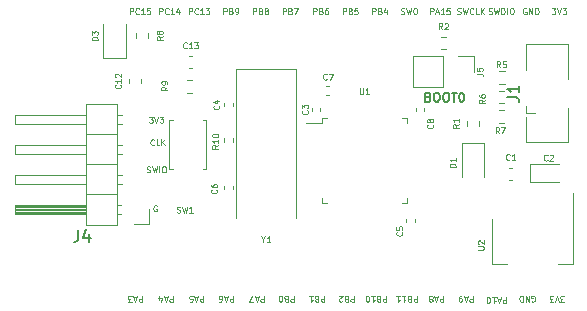
<source format=gbr>
%TF.GenerationSoftware,KiCad,Pcbnew,(6.0.5-0)*%
%TF.CreationDate,2022-07-12T00:15:49+05:30*%
%TF.ProjectId,STM32F103C8T6,53544d33-3246-4313-9033-433854362e6b,rev?*%
%TF.SameCoordinates,Original*%
%TF.FileFunction,Legend,Top*%
%TF.FilePolarity,Positive*%
%FSLAX46Y46*%
G04 Gerber Fmt 4.6, Leading zero omitted, Abs format (unit mm)*
G04 Created by KiCad (PCBNEW (6.0.5-0)) date 2022-07-12 00:15:49*
%MOMM*%
%LPD*%
G01*
G04 APERTURE LIST*
%ADD10C,0.150000*%
%ADD11C,0.125000*%
%ADD12C,0.120000*%
G04 APERTURE END LIST*
D10*
X141525000Y-121946428D02*
X141632142Y-121982142D01*
X141667857Y-122017857D01*
X141703571Y-122089285D01*
X141703571Y-122196428D01*
X141667857Y-122267857D01*
X141632142Y-122303571D01*
X141560714Y-122339285D01*
X141275000Y-122339285D01*
X141275000Y-121589285D01*
X141525000Y-121589285D01*
X141596428Y-121625000D01*
X141632142Y-121660714D01*
X141667857Y-121732142D01*
X141667857Y-121803571D01*
X141632142Y-121875000D01*
X141596428Y-121910714D01*
X141525000Y-121946428D01*
X141275000Y-121946428D01*
X142167857Y-121589285D02*
X142310714Y-121589285D01*
X142382142Y-121625000D01*
X142453571Y-121696428D01*
X142489285Y-121839285D01*
X142489285Y-122089285D01*
X142453571Y-122232142D01*
X142382142Y-122303571D01*
X142310714Y-122339285D01*
X142167857Y-122339285D01*
X142096428Y-122303571D01*
X142025000Y-122232142D01*
X141989285Y-122089285D01*
X141989285Y-121839285D01*
X142025000Y-121696428D01*
X142096428Y-121625000D01*
X142167857Y-121589285D01*
X142953571Y-121589285D02*
X143096428Y-121589285D01*
X143167857Y-121625000D01*
X143239285Y-121696428D01*
X143275000Y-121839285D01*
X143275000Y-122089285D01*
X143239285Y-122232142D01*
X143167857Y-122303571D01*
X143096428Y-122339285D01*
X142953571Y-122339285D01*
X142882142Y-122303571D01*
X142810714Y-122232142D01*
X142775000Y-122089285D01*
X142775000Y-121839285D01*
X142810714Y-121696428D01*
X142882142Y-121625000D01*
X142953571Y-121589285D01*
X143489285Y-121589285D02*
X143917857Y-121589285D01*
X143703571Y-122339285D02*
X143703571Y-121589285D01*
X144310714Y-121589285D02*
X144382142Y-121589285D01*
X144453571Y-121625000D01*
X144489285Y-121660714D01*
X144525000Y-121732142D01*
X144560714Y-121875000D01*
X144560714Y-122053571D01*
X144525000Y-122196428D01*
X144489285Y-122267857D01*
X144453571Y-122303571D01*
X144382142Y-122339285D01*
X144310714Y-122339285D01*
X144239285Y-122303571D01*
X144203571Y-122267857D01*
X144167857Y-122196428D01*
X144132142Y-122053571D01*
X144132142Y-121875000D01*
X144167857Y-121732142D01*
X144203571Y-121660714D01*
X144239285Y-121625000D01*
X144310714Y-121589285D01*
D11*
X117283333Y-138773809D02*
X117283333Y-139273809D01*
X117092857Y-139273809D01*
X117045238Y-139250000D01*
X117021428Y-139226190D01*
X116997619Y-139178571D01*
X116997619Y-139107142D01*
X117021428Y-139059523D01*
X117045238Y-139035714D01*
X117092857Y-139011904D01*
X117283333Y-139011904D01*
X116807142Y-138916666D02*
X116569047Y-138916666D01*
X116854761Y-138773809D02*
X116688095Y-139273809D01*
X116521428Y-138773809D01*
X116402380Y-139273809D02*
X116092857Y-139273809D01*
X116259523Y-139083333D01*
X116188095Y-139083333D01*
X116140476Y-139059523D01*
X116116666Y-139035714D01*
X116092857Y-138988095D01*
X116092857Y-138869047D01*
X116116666Y-138821428D01*
X116140476Y-138797619D01*
X116188095Y-138773809D01*
X116330952Y-138773809D01*
X116378571Y-138797619D01*
X116402380Y-138821428D01*
X119883333Y-138773809D02*
X119883333Y-139273809D01*
X119692857Y-139273809D01*
X119645238Y-139250000D01*
X119621428Y-139226190D01*
X119597619Y-139178571D01*
X119597619Y-139107142D01*
X119621428Y-139059523D01*
X119645238Y-139035714D01*
X119692857Y-139011904D01*
X119883333Y-139011904D01*
X119407142Y-138916666D02*
X119169047Y-138916666D01*
X119454761Y-138773809D02*
X119288095Y-139273809D01*
X119121428Y-138773809D01*
X118740476Y-139107142D02*
X118740476Y-138773809D01*
X118859523Y-139297619D02*
X118978571Y-138940476D01*
X118669047Y-138940476D01*
X122483333Y-138773809D02*
X122483333Y-139273809D01*
X122292857Y-139273809D01*
X122245238Y-139250000D01*
X122221428Y-139226190D01*
X122197619Y-139178571D01*
X122197619Y-139107142D01*
X122221428Y-139059523D01*
X122245238Y-139035714D01*
X122292857Y-139011904D01*
X122483333Y-139011904D01*
X122007142Y-138916666D02*
X121769047Y-138916666D01*
X122054761Y-138773809D02*
X121888095Y-139273809D01*
X121721428Y-138773809D01*
X121316666Y-139273809D02*
X121554761Y-139273809D01*
X121578571Y-139035714D01*
X121554761Y-139059523D01*
X121507142Y-139083333D01*
X121388095Y-139083333D01*
X121340476Y-139059523D01*
X121316666Y-139035714D01*
X121292857Y-138988095D01*
X121292857Y-138869047D01*
X121316666Y-138821428D01*
X121340476Y-138797619D01*
X121388095Y-138773809D01*
X121507142Y-138773809D01*
X121554761Y-138797619D01*
X121578571Y-138821428D01*
X124983333Y-138773809D02*
X124983333Y-139273809D01*
X124792857Y-139273809D01*
X124745238Y-139250000D01*
X124721428Y-139226190D01*
X124697619Y-139178571D01*
X124697619Y-139107142D01*
X124721428Y-139059523D01*
X124745238Y-139035714D01*
X124792857Y-139011904D01*
X124983333Y-139011904D01*
X124507142Y-138916666D02*
X124269047Y-138916666D01*
X124554761Y-138773809D02*
X124388095Y-139273809D01*
X124221428Y-138773809D01*
X123840476Y-139273809D02*
X123935714Y-139273809D01*
X123983333Y-139250000D01*
X124007142Y-139226190D01*
X124054761Y-139154761D01*
X124078571Y-139059523D01*
X124078571Y-138869047D01*
X124054761Y-138821428D01*
X124030952Y-138797619D01*
X123983333Y-138773809D01*
X123888095Y-138773809D01*
X123840476Y-138797619D01*
X123816666Y-138821428D01*
X123792857Y-138869047D01*
X123792857Y-138988095D01*
X123816666Y-139035714D01*
X123840476Y-139059523D01*
X123888095Y-139083333D01*
X123983333Y-139083333D01*
X124030952Y-139059523D01*
X124054761Y-139035714D01*
X124078571Y-138988095D01*
X127583333Y-138773809D02*
X127583333Y-139273809D01*
X127392857Y-139273809D01*
X127345238Y-139250000D01*
X127321428Y-139226190D01*
X127297619Y-139178571D01*
X127297619Y-139107142D01*
X127321428Y-139059523D01*
X127345238Y-139035714D01*
X127392857Y-139011904D01*
X127583333Y-139011904D01*
X127107142Y-138916666D02*
X126869047Y-138916666D01*
X127154761Y-138773809D02*
X126988095Y-139273809D01*
X126821428Y-138773809D01*
X126702380Y-139273809D02*
X126369047Y-139273809D01*
X126583333Y-138773809D01*
X130119047Y-138773809D02*
X130119047Y-139273809D01*
X129928571Y-139273809D01*
X129880952Y-139250000D01*
X129857142Y-139226190D01*
X129833333Y-139178571D01*
X129833333Y-139107142D01*
X129857142Y-139059523D01*
X129880952Y-139035714D01*
X129928571Y-139011904D01*
X130119047Y-139011904D01*
X129452380Y-139035714D02*
X129380952Y-139011904D01*
X129357142Y-138988095D01*
X129333333Y-138940476D01*
X129333333Y-138869047D01*
X129357142Y-138821428D01*
X129380952Y-138797619D01*
X129428571Y-138773809D01*
X129619047Y-138773809D01*
X129619047Y-139273809D01*
X129452380Y-139273809D01*
X129404761Y-139250000D01*
X129380952Y-139226190D01*
X129357142Y-139178571D01*
X129357142Y-139130952D01*
X129380952Y-139083333D01*
X129404761Y-139059523D01*
X129452380Y-139035714D01*
X129619047Y-139035714D01*
X129023809Y-139273809D02*
X128976190Y-139273809D01*
X128928571Y-139250000D01*
X128904761Y-139226190D01*
X128880952Y-139178571D01*
X128857142Y-139083333D01*
X128857142Y-138964285D01*
X128880952Y-138869047D01*
X128904761Y-138821428D01*
X128928571Y-138797619D01*
X128976190Y-138773809D01*
X129023809Y-138773809D01*
X129071428Y-138797619D01*
X129095238Y-138821428D01*
X129119047Y-138869047D01*
X129142857Y-138964285D01*
X129142857Y-139083333D01*
X129119047Y-139178571D01*
X129095238Y-139226190D01*
X129071428Y-139250000D01*
X129023809Y-139273809D01*
X132719047Y-138773809D02*
X132719047Y-139273809D01*
X132528571Y-139273809D01*
X132480952Y-139250000D01*
X132457142Y-139226190D01*
X132433333Y-139178571D01*
X132433333Y-139107142D01*
X132457142Y-139059523D01*
X132480952Y-139035714D01*
X132528571Y-139011904D01*
X132719047Y-139011904D01*
X132052380Y-139035714D02*
X131980952Y-139011904D01*
X131957142Y-138988095D01*
X131933333Y-138940476D01*
X131933333Y-138869047D01*
X131957142Y-138821428D01*
X131980952Y-138797619D01*
X132028571Y-138773809D01*
X132219047Y-138773809D01*
X132219047Y-139273809D01*
X132052380Y-139273809D01*
X132004761Y-139250000D01*
X131980952Y-139226190D01*
X131957142Y-139178571D01*
X131957142Y-139130952D01*
X131980952Y-139083333D01*
X132004761Y-139059523D01*
X132052380Y-139035714D01*
X132219047Y-139035714D01*
X131457142Y-138773809D02*
X131742857Y-138773809D01*
X131600000Y-138773809D02*
X131600000Y-139273809D01*
X131647619Y-139202380D01*
X131695238Y-139154761D01*
X131742857Y-139130952D01*
X135219047Y-138773809D02*
X135219047Y-139273809D01*
X135028571Y-139273809D01*
X134980952Y-139250000D01*
X134957142Y-139226190D01*
X134933333Y-139178571D01*
X134933333Y-139107142D01*
X134957142Y-139059523D01*
X134980952Y-139035714D01*
X135028571Y-139011904D01*
X135219047Y-139011904D01*
X134552380Y-139035714D02*
X134480952Y-139011904D01*
X134457142Y-138988095D01*
X134433333Y-138940476D01*
X134433333Y-138869047D01*
X134457142Y-138821428D01*
X134480952Y-138797619D01*
X134528571Y-138773809D01*
X134719047Y-138773809D01*
X134719047Y-139273809D01*
X134552380Y-139273809D01*
X134504761Y-139250000D01*
X134480952Y-139226190D01*
X134457142Y-139178571D01*
X134457142Y-139130952D01*
X134480952Y-139083333D01*
X134504761Y-139059523D01*
X134552380Y-139035714D01*
X134719047Y-139035714D01*
X134242857Y-139226190D02*
X134219047Y-139250000D01*
X134171428Y-139273809D01*
X134052380Y-139273809D01*
X134004761Y-139250000D01*
X133980952Y-139226190D01*
X133957142Y-139178571D01*
X133957142Y-139130952D01*
X133980952Y-139059523D01*
X134266666Y-138773809D01*
X133957142Y-138773809D01*
X137957142Y-138773809D02*
X137957142Y-139273809D01*
X137766666Y-139273809D01*
X137719047Y-139250000D01*
X137695238Y-139226190D01*
X137671428Y-139178571D01*
X137671428Y-139107142D01*
X137695238Y-139059523D01*
X137719047Y-139035714D01*
X137766666Y-139011904D01*
X137957142Y-139011904D01*
X137290476Y-139035714D02*
X137219047Y-139011904D01*
X137195238Y-138988095D01*
X137171428Y-138940476D01*
X137171428Y-138869047D01*
X137195238Y-138821428D01*
X137219047Y-138797619D01*
X137266666Y-138773809D01*
X137457142Y-138773809D01*
X137457142Y-139273809D01*
X137290476Y-139273809D01*
X137242857Y-139250000D01*
X137219047Y-139226190D01*
X137195238Y-139178571D01*
X137195238Y-139130952D01*
X137219047Y-139083333D01*
X137242857Y-139059523D01*
X137290476Y-139035714D01*
X137457142Y-139035714D01*
X136695238Y-138773809D02*
X136980952Y-138773809D01*
X136838095Y-138773809D02*
X136838095Y-139273809D01*
X136885714Y-139202380D01*
X136933333Y-139154761D01*
X136980952Y-139130952D01*
X136385714Y-139273809D02*
X136338095Y-139273809D01*
X136290476Y-139250000D01*
X136266666Y-139226190D01*
X136242857Y-139178571D01*
X136219047Y-139083333D01*
X136219047Y-138964285D01*
X136242857Y-138869047D01*
X136266666Y-138821428D01*
X136290476Y-138797619D01*
X136338095Y-138773809D01*
X136385714Y-138773809D01*
X136433333Y-138797619D01*
X136457142Y-138821428D01*
X136480952Y-138869047D01*
X136504761Y-138964285D01*
X136504761Y-139083333D01*
X136480952Y-139178571D01*
X136457142Y-139226190D01*
X136433333Y-139250000D01*
X136385714Y-139273809D01*
X140557142Y-138773809D02*
X140557142Y-139273809D01*
X140366666Y-139273809D01*
X140319047Y-139250000D01*
X140295238Y-139226190D01*
X140271428Y-139178571D01*
X140271428Y-139107142D01*
X140295238Y-139059523D01*
X140319047Y-139035714D01*
X140366666Y-139011904D01*
X140557142Y-139011904D01*
X139890476Y-139035714D02*
X139819047Y-139011904D01*
X139795238Y-138988095D01*
X139771428Y-138940476D01*
X139771428Y-138869047D01*
X139795238Y-138821428D01*
X139819047Y-138797619D01*
X139866666Y-138773809D01*
X140057142Y-138773809D01*
X140057142Y-139273809D01*
X139890476Y-139273809D01*
X139842857Y-139250000D01*
X139819047Y-139226190D01*
X139795238Y-139178571D01*
X139795238Y-139130952D01*
X139819047Y-139083333D01*
X139842857Y-139059523D01*
X139890476Y-139035714D01*
X140057142Y-139035714D01*
X139295238Y-138773809D02*
X139580952Y-138773809D01*
X139438095Y-138773809D02*
X139438095Y-139273809D01*
X139485714Y-139202380D01*
X139533333Y-139154761D01*
X139580952Y-139130952D01*
X138819047Y-138773809D02*
X139104761Y-138773809D01*
X138961904Y-138773809D02*
X138961904Y-139273809D01*
X139009523Y-139202380D01*
X139057142Y-139154761D01*
X139104761Y-139130952D01*
X142783333Y-138773809D02*
X142783333Y-139273809D01*
X142592857Y-139273809D01*
X142545238Y-139250000D01*
X142521428Y-139226190D01*
X142497619Y-139178571D01*
X142497619Y-139107142D01*
X142521428Y-139059523D01*
X142545238Y-139035714D01*
X142592857Y-139011904D01*
X142783333Y-139011904D01*
X142307142Y-138916666D02*
X142069047Y-138916666D01*
X142354761Y-138773809D02*
X142188095Y-139273809D01*
X142021428Y-138773809D01*
X141783333Y-139059523D02*
X141830952Y-139083333D01*
X141854761Y-139107142D01*
X141878571Y-139154761D01*
X141878571Y-139178571D01*
X141854761Y-139226190D01*
X141830952Y-139250000D01*
X141783333Y-139273809D01*
X141688095Y-139273809D01*
X141640476Y-139250000D01*
X141616666Y-139226190D01*
X141592857Y-139178571D01*
X141592857Y-139154761D01*
X141616666Y-139107142D01*
X141640476Y-139083333D01*
X141688095Y-139059523D01*
X141783333Y-139059523D01*
X141830952Y-139035714D01*
X141854761Y-139011904D01*
X141878571Y-138964285D01*
X141878571Y-138869047D01*
X141854761Y-138821428D01*
X141830952Y-138797619D01*
X141783333Y-138773809D01*
X141688095Y-138773809D01*
X141640476Y-138797619D01*
X141616666Y-138821428D01*
X141592857Y-138869047D01*
X141592857Y-138964285D01*
X141616666Y-139011904D01*
X141640476Y-139035714D01*
X141688095Y-139059523D01*
X145283333Y-138773809D02*
X145283333Y-139273809D01*
X145092857Y-139273809D01*
X145045238Y-139250000D01*
X145021428Y-139226190D01*
X144997619Y-139178571D01*
X144997619Y-139107142D01*
X145021428Y-139059523D01*
X145045238Y-139035714D01*
X145092857Y-139011904D01*
X145283333Y-139011904D01*
X144807142Y-138916666D02*
X144569047Y-138916666D01*
X144854761Y-138773809D02*
X144688095Y-139273809D01*
X144521428Y-138773809D01*
X144330952Y-138773809D02*
X144235714Y-138773809D01*
X144188095Y-138797619D01*
X144164285Y-138821428D01*
X144116666Y-138892857D01*
X144092857Y-138988095D01*
X144092857Y-139178571D01*
X144116666Y-139226190D01*
X144140476Y-139250000D01*
X144188095Y-139273809D01*
X144283333Y-139273809D01*
X144330952Y-139250000D01*
X144354761Y-139226190D01*
X144378571Y-139178571D01*
X144378571Y-139059523D01*
X144354761Y-139011904D01*
X144330952Y-138988095D01*
X144283333Y-138964285D01*
X144188095Y-138964285D01*
X144140476Y-138988095D01*
X144116666Y-139011904D01*
X144092857Y-139059523D01*
X148121428Y-138873809D02*
X148121428Y-139373809D01*
X147930952Y-139373809D01*
X147883333Y-139350000D01*
X147859523Y-139326190D01*
X147835714Y-139278571D01*
X147835714Y-139207142D01*
X147859523Y-139159523D01*
X147883333Y-139135714D01*
X147930952Y-139111904D01*
X148121428Y-139111904D01*
X147645238Y-139016666D02*
X147407142Y-139016666D01*
X147692857Y-138873809D02*
X147526190Y-139373809D01*
X147359523Y-138873809D01*
X146930952Y-138873809D02*
X147216666Y-138873809D01*
X147073809Y-138873809D02*
X147073809Y-139373809D01*
X147121428Y-139302380D01*
X147169047Y-139254761D01*
X147216666Y-139230952D01*
X146621428Y-139373809D02*
X146573809Y-139373809D01*
X146526190Y-139350000D01*
X146502380Y-139326190D01*
X146478571Y-139278571D01*
X146454761Y-139183333D01*
X146454761Y-139064285D01*
X146478571Y-138969047D01*
X146502380Y-138921428D01*
X146526190Y-138897619D01*
X146573809Y-138873809D01*
X146621428Y-138873809D01*
X146669047Y-138897619D01*
X146692857Y-138921428D01*
X146716666Y-138969047D01*
X146740476Y-139064285D01*
X146740476Y-139183333D01*
X146716666Y-139278571D01*
X146692857Y-139326190D01*
X146669047Y-139350000D01*
X146621428Y-139373809D01*
X150280952Y-139250000D02*
X150328571Y-139273809D01*
X150400000Y-139273809D01*
X150471428Y-139250000D01*
X150519047Y-139202380D01*
X150542857Y-139154761D01*
X150566666Y-139059523D01*
X150566666Y-138988095D01*
X150542857Y-138892857D01*
X150519047Y-138845238D01*
X150471428Y-138797619D01*
X150400000Y-138773809D01*
X150352380Y-138773809D01*
X150280952Y-138797619D01*
X150257142Y-138821428D01*
X150257142Y-138988095D01*
X150352380Y-138988095D01*
X150042857Y-138773809D02*
X150042857Y-139273809D01*
X149757142Y-138773809D01*
X149757142Y-139273809D01*
X149519047Y-138773809D02*
X149519047Y-139273809D01*
X149400000Y-139273809D01*
X149328571Y-139250000D01*
X149280952Y-139202380D01*
X149257142Y-139154761D01*
X149233333Y-139059523D01*
X149233333Y-138988095D01*
X149257142Y-138892857D01*
X149280952Y-138845238D01*
X149328571Y-138797619D01*
X149400000Y-138773809D01*
X149519047Y-138773809D01*
X153019047Y-139273809D02*
X152709523Y-139273809D01*
X152876190Y-139083333D01*
X152804761Y-139083333D01*
X152757142Y-139059523D01*
X152733333Y-139035714D01*
X152709523Y-138988095D01*
X152709523Y-138869047D01*
X152733333Y-138821428D01*
X152757142Y-138797619D01*
X152804761Y-138773809D01*
X152947619Y-138773809D01*
X152995238Y-138797619D01*
X153019047Y-138821428D01*
X152566666Y-139273809D02*
X152400000Y-138773809D01*
X152233333Y-139273809D01*
X152114285Y-139273809D02*
X151804761Y-139273809D01*
X151971428Y-139083333D01*
X151900000Y-139083333D01*
X151852380Y-139059523D01*
X151828571Y-139035714D01*
X151804761Y-138988095D01*
X151804761Y-138869047D01*
X151828571Y-138821428D01*
X151852380Y-138797619D01*
X151900000Y-138773809D01*
X152042857Y-138773809D01*
X152090476Y-138797619D01*
X152114285Y-138821428D01*
X151980952Y-114426190D02*
X152290476Y-114426190D01*
X152123809Y-114616666D01*
X152195238Y-114616666D01*
X152242857Y-114640476D01*
X152266666Y-114664285D01*
X152290476Y-114711904D01*
X152290476Y-114830952D01*
X152266666Y-114878571D01*
X152242857Y-114902380D01*
X152195238Y-114926190D01*
X152052380Y-114926190D01*
X152004761Y-114902380D01*
X151980952Y-114878571D01*
X152433333Y-114426190D02*
X152600000Y-114926190D01*
X152766666Y-114426190D01*
X152885714Y-114426190D02*
X153195238Y-114426190D01*
X153028571Y-114616666D01*
X153100000Y-114616666D01*
X153147619Y-114640476D01*
X153171428Y-114664285D01*
X153195238Y-114711904D01*
X153195238Y-114830952D01*
X153171428Y-114878571D01*
X153147619Y-114902380D01*
X153100000Y-114926190D01*
X152957142Y-114926190D01*
X152909523Y-114902380D01*
X152885714Y-114878571D01*
X149819047Y-114450000D02*
X149771428Y-114426190D01*
X149700000Y-114426190D01*
X149628571Y-114450000D01*
X149580952Y-114497619D01*
X149557142Y-114545238D01*
X149533333Y-114640476D01*
X149533333Y-114711904D01*
X149557142Y-114807142D01*
X149580952Y-114854761D01*
X149628571Y-114902380D01*
X149700000Y-114926190D01*
X149747619Y-114926190D01*
X149819047Y-114902380D01*
X149842857Y-114878571D01*
X149842857Y-114711904D01*
X149747619Y-114711904D01*
X150057142Y-114926190D02*
X150057142Y-114426190D01*
X150342857Y-114926190D01*
X150342857Y-114426190D01*
X150580952Y-114926190D02*
X150580952Y-114426190D01*
X150700000Y-114426190D01*
X150771428Y-114450000D01*
X150819047Y-114497619D01*
X150842857Y-114545238D01*
X150866666Y-114640476D01*
X150866666Y-114711904D01*
X150842857Y-114807142D01*
X150819047Y-114854761D01*
X150771428Y-114902380D01*
X150700000Y-114926190D01*
X150580952Y-114926190D01*
X146640476Y-114902380D02*
X146711904Y-114926190D01*
X146830952Y-114926190D01*
X146878571Y-114902380D01*
X146902380Y-114878571D01*
X146926190Y-114830952D01*
X146926190Y-114783333D01*
X146902380Y-114735714D01*
X146878571Y-114711904D01*
X146830952Y-114688095D01*
X146735714Y-114664285D01*
X146688095Y-114640476D01*
X146664285Y-114616666D01*
X146640476Y-114569047D01*
X146640476Y-114521428D01*
X146664285Y-114473809D01*
X146688095Y-114450000D01*
X146735714Y-114426190D01*
X146854761Y-114426190D01*
X146926190Y-114450000D01*
X147092857Y-114426190D02*
X147211904Y-114926190D01*
X147307142Y-114569047D01*
X147402380Y-114926190D01*
X147521428Y-114426190D01*
X147711904Y-114926190D02*
X147711904Y-114426190D01*
X147830952Y-114426190D01*
X147902380Y-114450000D01*
X147950000Y-114497619D01*
X147973809Y-114545238D01*
X147997619Y-114640476D01*
X147997619Y-114711904D01*
X147973809Y-114807142D01*
X147950000Y-114854761D01*
X147902380Y-114902380D01*
X147830952Y-114926190D01*
X147711904Y-114926190D01*
X148211904Y-114926190D02*
X148211904Y-114426190D01*
X148545238Y-114426190D02*
X148640476Y-114426190D01*
X148688095Y-114450000D01*
X148735714Y-114497619D01*
X148759523Y-114592857D01*
X148759523Y-114759523D01*
X148735714Y-114854761D01*
X148688095Y-114902380D01*
X148640476Y-114926190D01*
X148545238Y-114926190D01*
X148497619Y-114902380D01*
X148450000Y-114854761D01*
X148426190Y-114759523D01*
X148426190Y-114592857D01*
X148450000Y-114497619D01*
X148497619Y-114450000D01*
X148545238Y-114426190D01*
X143969047Y-114902380D02*
X144040476Y-114926190D01*
X144159523Y-114926190D01*
X144207142Y-114902380D01*
X144230952Y-114878571D01*
X144254761Y-114830952D01*
X144254761Y-114783333D01*
X144230952Y-114735714D01*
X144207142Y-114711904D01*
X144159523Y-114688095D01*
X144064285Y-114664285D01*
X144016666Y-114640476D01*
X143992857Y-114616666D01*
X143969047Y-114569047D01*
X143969047Y-114521428D01*
X143992857Y-114473809D01*
X144016666Y-114450000D01*
X144064285Y-114426190D01*
X144183333Y-114426190D01*
X144254761Y-114450000D01*
X144421428Y-114426190D02*
X144540476Y-114926190D01*
X144635714Y-114569047D01*
X144730952Y-114926190D01*
X144850000Y-114426190D01*
X145326190Y-114878571D02*
X145302380Y-114902380D01*
X145230952Y-114926190D01*
X145183333Y-114926190D01*
X145111904Y-114902380D01*
X145064285Y-114854761D01*
X145040476Y-114807142D01*
X145016666Y-114711904D01*
X145016666Y-114640476D01*
X145040476Y-114545238D01*
X145064285Y-114497619D01*
X145111904Y-114450000D01*
X145183333Y-114426190D01*
X145230952Y-114426190D01*
X145302380Y-114450000D01*
X145326190Y-114473809D01*
X145778571Y-114926190D02*
X145540476Y-114926190D01*
X145540476Y-114426190D01*
X145945238Y-114926190D02*
X145945238Y-114426190D01*
X146230952Y-114926190D02*
X146016666Y-114640476D01*
X146230952Y-114426190D02*
X145945238Y-114711904D01*
X141678571Y-114926190D02*
X141678571Y-114426190D01*
X141869047Y-114426190D01*
X141916666Y-114450000D01*
X141940476Y-114473809D01*
X141964285Y-114521428D01*
X141964285Y-114592857D01*
X141940476Y-114640476D01*
X141916666Y-114664285D01*
X141869047Y-114688095D01*
X141678571Y-114688095D01*
X142154761Y-114783333D02*
X142392857Y-114783333D01*
X142107142Y-114926190D02*
X142273809Y-114426190D01*
X142440476Y-114926190D01*
X142869047Y-114926190D02*
X142583333Y-114926190D01*
X142726190Y-114926190D02*
X142726190Y-114426190D01*
X142678571Y-114497619D01*
X142630952Y-114545238D01*
X142583333Y-114569047D01*
X143321428Y-114426190D02*
X143083333Y-114426190D01*
X143059523Y-114664285D01*
X143083333Y-114640476D01*
X143130952Y-114616666D01*
X143250000Y-114616666D01*
X143297619Y-114640476D01*
X143321428Y-114664285D01*
X143345238Y-114711904D01*
X143345238Y-114830952D01*
X143321428Y-114878571D01*
X143297619Y-114902380D01*
X143250000Y-114926190D01*
X143130952Y-114926190D01*
X143083333Y-114902380D01*
X143059523Y-114878571D01*
X139209523Y-114902380D02*
X139280952Y-114926190D01*
X139400000Y-114926190D01*
X139447619Y-114902380D01*
X139471428Y-114878571D01*
X139495238Y-114830952D01*
X139495238Y-114783333D01*
X139471428Y-114735714D01*
X139447619Y-114711904D01*
X139400000Y-114688095D01*
X139304761Y-114664285D01*
X139257142Y-114640476D01*
X139233333Y-114616666D01*
X139209523Y-114569047D01*
X139209523Y-114521428D01*
X139233333Y-114473809D01*
X139257142Y-114450000D01*
X139304761Y-114426190D01*
X139423809Y-114426190D01*
X139495238Y-114450000D01*
X139661904Y-114426190D02*
X139780952Y-114926190D01*
X139876190Y-114569047D01*
X139971428Y-114926190D01*
X140090476Y-114426190D01*
X140376190Y-114426190D02*
X140471428Y-114426190D01*
X140519047Y-114450000D01*
X140566666Y-114497619D01*
X140590476Y-114592857D01*
X140590476Y-114759523D01*
X140566666Y-114854761D01*
X140519047Y-114902380D01*
X140471428Y-114926190D01*
X140376190Y-114926190D01*
X140328571Y-114902380D01*
X140280952Y-114854761D01*
X140257142Y-114759523D01*
X140257142Y-114592857D01*
X140280952Y-114497619D01*
X140328571Y-114450000D01*
X140376190Y-114426190D01*
X136780952Y-114926190D02*
X136780952Y-114426190D01*
X136971428Y-114426190D01*
X137019047Y-114450000D01*
X137042857Y-114473809D01*
X137066666Y-114521428D01*
X137066666Y-114592857D01*
X137042857Y-114640476D01*
X137019047Y-114664285D01*
X136971428Y-114688095D01*
X136780952Y-114688095D01*
X137447619Y-114664285D02*
X137519047Y-114688095D01*
X137542857Y-114711904D01*
X137566666Y-114759523D01*
X137566666Y-114830952D01*
X137542857Y-114878571D01*
X137519047Y-114902380D01*
X137471428Y-114926190D01*
X137280952Y-114926190D01*
X137280952Y-114426190D01*
X137447619Y-114426190D01*
X137495238Y-114450000D01*
X137519047Y-114473809D01*
X137542857Y-114521428D01*
X137542857Y-114569047D01*
X137519047Y-114616666D01*
X137495238Y-114640476D01*
X137447619Y-114664285D01*
X137280952Y-114664285D01*
X137995238Y-114592857D02*
X137995238Y-114926190D01*
X137876190Y-114402380D02*
X137757142Y-114759523D01*
X138066666Y-114759523D01*
X134280952Y-114926190D02*
X134280952Y-114426190D01*
X134471428Y-114426190D01*
X134519047Y-114450000D01*
X134542857Y-114473809D01*
X134566666Y-114521428D01*
X134566666Y-114592857D01*
X134542857Y-114640476D01*
X134519047Y-114664285D01*
X134471428Y-114688095D01*
X134280952Y-114688095D01*
X134947619Y-114664285D02*
X135019047Y-114688095D01*
X135042857Y-114711904D01*
X135066666Y-114759523D01*
X135066666Y-114830952D01*
X135042857Y-114878571D01*
X135019047Y-114902380D01*
X134971428Y-114926190D01*
X134780952Y-114926190D01*
X134780952Y-114426190D01*
X134947619Y-114426190D01*
X134995238Y-114450000D01*
X135019047Y-114473809D01*
X135042857Y-114521428D01*
X135042857Y-114569047D01*
X135019047Y-114616666D01*
X134995238Y-114640476D01*
X134947619Y-114664285D01*
X134780952Y-114664285D01*
X135519047Y-114426190D02*
X135280952Y-114426190D01*
X135257142Y-114664285D01*
X135280952Y-114640476D01*
X135328571Y-114616666D01*
X135447619Y-114616666D01*
X135495238Y-114640476D01*
X135519047Y-114664285D01*
X135542857Y-114711904D01*
X135542857Y-114830952D01*
X135519047Y-114878571D01*
X135495238Y-114902380D01*
X135447619Y-114926190D01*
X135328571Y-114926190D01*
X135280952Y-114902380D01*
X135257142Y-114878571D01*
X131780952Y-114926190D02*
X131780952Y-114426190D01*
X131971428Y-114426190D01*
X132019047Y-114450000D01*
X132042857Y-114473809D01*
X132066666Y-114521428D01*
X132066666Y-114592857D01*
X132042857Y-114640476D01*
X132019047Y-114664285D01*
X131971428Y-114688095D01*
X131780952Y-114688095D01*
X132447619Y-114664285D02*
X132519047Y-114688095D01*
X132542857Y-114711904D01*
X132566666Y-114759523D01*
X132566666Y-114830952D01*
X132542857Y-114878571D01*
X132519047Y-114902380D01*
X132471428Y-114926190D01*
X132280952Y-114926190D01*
X132280952Y-114426190D01*
X132447619Y-114426190D01*
X132495238Y-114450000D01*
X132519047Y-114473809D01*
X132542857Y-114521428D01*
X132542857Y-114569047D01*
X132519047Y-114616666D01*
X132495238Y-114640476D01*
X132447619Y-114664285D01*
X132280952Y-114664285D01*
X132995238Y-114426190D02*
X132900000Y-114426190D01*
X132852380Y-114450000D01*
X132828571Y-114473809D01*
X132780952Y-114545238D01*
X132757142Y-114640476D01*
X132757142Y-114830952D01*
X132780952Y-114878571D01*
X132804761Y-114902380D01*
X132852380Y-114926190D01*
X132947619Y-114926190D01*
X132995238Y-114902380D01*
X133019047Y-114878571D01*
X133042857Y-114830952D01*
X133042857Y-114711904D01*
X133019047Y-114664285D01*
X132995238Y-114640476D01*
X132947619Y-114616666D01*
X132852380Y-114616666D01*
X132804761Y-114640476D01*
X132780952Y-114664285D01*
X132757142Y-114711904D01*
X129180952Y-114926190D02*
X129180952Y-114426190D01*
X129371428Y-114426190D01*
X129419047Y-114450000D01*
X129442857Y-114473809D01*
X129466666Y-114521428D01*
X129466666Y-114592857D01*
X129442857Y-114640476D01*
X129419047Y-114664285D01*
X129371428Y-114688095D01*
X129180952Y-114688095D01*
X129847619Y-114664285D02*
X129919047Y-114688095D01*
X129942857Y-114711904D01*
X129966666Y-114759523D01*
X129966666Y-114830952D01*
X129942857Y-114878571D01*
X129919047Y-114902380D01*
X129871428Y-114926190D01*
X129680952Y-114926190D01*
X129680952Y-114426190D01*
X129847619Y-114426190D01*
X129895238Y-114450000D01*
X129919047Y-114473809D01*
X129942857Y-114521428D01*
X129942857Y-114569047D01*
X129919047Y-114616666D01*
X129895238Y-114640476D01*
X129847619Y-114664285D01*
X129680952Y-114664285D01*
X130133333Y-114426190D02*
X130466666Y-114426190D01*
X130252380Y-114926190D01*
X126680952Y-114926190D02*
X126680952Y-114426190D01*
X126871428Y-114426190D01*
X126919047Y-114450000D01*
X126942857Y-114473809D01*
X126966666Y-114521428D01*
X126966666Y-114592857D01*
X126942857Y-114640476D01*
X126919047Y-114664285D01*
X126871428Y-114688095D01*
X126680952Y-114688095D01*
X127347619Y-114664285D02*
X127419047Y-114688095D01*
X127442857Y-114711904D01*
X127466666Y-114759523D01*
X127466666Y-114830952D01*
X127442857Y-114878571D01*
X127419047Y-114902380D01*
X127371428Y-114926190D01*
X127180952Y-114926190D01*
X127180952Y-114426190D01*
X127347619Y-114426190D01*
X127395238Y-114450000D01*
X127419047Y-114473809D01*
X127442857Y-114521428D01*
X127442857Y-114569047D01*
X127419047Y-114616666D01*
X127395238Y-114640476D01*
X127347619Y-114664285D01*
X127180952Y-114664285D01*
X127752380Y-114640476D02*
X127704761Y-114616666D01*
X127680952Y-114592857D01*
X127657142Y-114545238D01*
X127657142Y-114521428D01*
X127680952Y-114473809D01*
X127704761Y-114450000D01*
X127752380Y-114426190D01*
X127847619Y-114426190D01*
X127895238Y-114450000D01*
X127919047Y-114473809D01*
X127942857Y-114521428D01*
X127942857Y-114545238D01*
X127919047Y-114592857D01*
X127895238Y-114616666D01*
X127847619Y-114640476D01*
X127752380Y-114640476D01*
X127704761Y-114664285D01*
X127680952Y-114688095D01*
X127657142Y-114735714D01*
X127657142Y-114830952D01*
X127680952Y-114878571D01*
X127704761Y-114902380D01*
X127752380Y-114926190D01*
X127847619Y-114926190D01*
X127895238Y-114902380D01*
X127919047Y-114878571D01*
X127942857Y-114830952D01*
X127942857Y-114735714D01*
X127919047Y-114688095D01*
X127895238Y-114664285D01*
X127847619Y-114640476D01*
X124180952Y-114921190D02*
X124180952Y-114421190D01*
X124371428Y-114421190D01*
X124419047Y-114445000D01*
X124442857Y-114468809D01*
X124466666Y-114516428D01*
X124466666Y-114587857D01*
X124442857Y-114635476D01*
X124419047Y-114659285D01*
X124371428Y-114683095D01*
X124180952Y-114683095D01*
X124847619Y-114659285D02*
X124919047Y-114683095D01*
X124942857Y-114706904D01*
X124966666Y-114754523D01*
X124966666Y-114825952D01*
X124942857Y-114873571D01*
X124919047Y-114897380D01*
X124871428Y-114921190D01*
X124680952Y-114921190D01*
X124680952Y-114421190D01*
X124847619Y-114421190D01*
X124895238Y-114445000D01*
X124919047Y-114468809D01*
X124942857Y-114516428D01*
X124942857Y-114564047D01*
X124919047Y-114611666D01*
X124895238Y-114635476D01*
X124847619Y-114659285D01*
X124680952Y-114659285D01*
X125204761Y-114921190D02*
X125300000Y-114921190D01*
X125347619Y-114897380D01*
X125371428Y-114873571D01*
X125419047Y-114802142D01*
X125442857Y-114706904D01*
X125442857Y-114516428D01*
X125419047Y-114468809D01*
X125395238Y-114445000D01*
X125347619Y-114421190D01*
X125252380Y-114421190D01*
X125204761Y-114445000D01*
X125180952Y-114468809D01*
X125157142Y-114516428D01*
X125157142Y-114635476D01*
X125180952Y-114683095D01*
X125204761Y-114706904D01*
X125252380Y-114730714D01*
X125347619Y-114730714D01*
X125395238Y-114706904D01*
X125419047Y-114683095D01*
X125442857Y-114635476D01*
X121242857Y-114923690D02*
X121242857Y-114423690D01*
X121433333Y-114423690D01*
X121480952Y-114447500D01*
X121504761Y-114471309D01*
X121528571Y-114518928D01*
X121528571Y-114590357D01*
X121504761Y-114637976D01*
X121480952Y-114661785D01*
X121433333Y-114685595D01*
X121242857Y-114685595D01*
X122028571Y-114876071D02*
X122004761Y-114899880D01*
X121933333Y-114923690D01*
X121885714Y-114923690D01*
X121814285Y-114899880D01*
X121766666Y-114852261D01*
X121742857Y-114804642D01*
X121719047Y-114709404D01*
X121719047Y-114637976D01*
X121742857Y-114542738D01*
X121766666Y-114495119D01*
X121814285Y-114447500D01*
X121885714Y-114423690D01*
X121933333Y-114423690D01*
X122004761Y-114447500D01*
X122028571Y-114471309D01*
X122504761Y-114923690D02*
X122219047Y-114923690D01*
X122361904Y-114923690D02*
X122361904Y-114423690D01*
X122314285Y-114495119D01*
X122266666Y-114542738D01*
X122219047Y-114566547D01*
X122671428Y-114423690D02*
X122980952Y-114423690D01*
X122814285Y-114614166D01*
X122885714Y-114614166D01*
X122933333Y-114637976D01*
X122957142Y-114661785D01*
X122980952Y-114709404D01*
X122980952Y-114828452D01*
X122957142Y-114876071D01*
X122933333Y-114899880D01*
X122885714Y-114923690D01*
X122742857Y-114923690D01*
X122695238Y-114899880D01*
X122671428Y-114876071D01*
X118742857Y-114926190D02*
X118742857Y-114426190D01*
X118933333Y-114426190D01*
X118980952Y-114450000D01*
X119004761Y-114473809D01*
X119028571Y-114521428D01*
X119028571Y-114592857D01*
X119004761Y-114640476D01*
X118980952Y-114664285D01*
X118933333Y-114688095D01*
X118742857Y-114688095D01*
X119528571Y-114878571D02*
X119504761Y-114902380D01*
X119433333Y-114926190D01*
X119385714Y-114926190D01*
X119314285Y-114902380D01*
X119266666Y-114854761D01*
X119242857Y-114807142D01*
X119219047Y-114711904D01*
X119219047Y-114640476D01*
X119242857Y-114545238D01*
X119266666Y-114497619D01*
X119314285Y-114450000D01*
X119385714Y-114426190D01*
X119433333Y-114426190D01*
X119504761Y-114450000D01*
X119528571Y-114473809D01*
X120004761Y-114926190D02*
X119719047Y-114926190D01*
X119861904Y-114926190D02*
X119861904Y-114426190D01*
X119814285Y-114497619D01*
X119766666Y-114545238D01*
X119719047Y-114569047D01*
X120433333Y-114592857D02*
X120433333Y-114926190D01*
X120314285Y-114402380D02*
X120195238Y-114759523D01*
X120504761Y-114759523D01*
X116242857Y-114926190D02*
X116242857Y-114426190D01*
X116433333Y-114426190D01*
X116480952Y-114450000D01*
X116504761Y-114473809D01*
X116528571Y-114521428D01*
X116528571Y-114592857D01*
X116504761Y-114640476D01*
X116480952Y-114664285D01*
X116433333Y-114688095D01*
X116242857Y-114688095D01*
X117028571Y-114878571D02*
X117004761Y-114902380D01*
X116933333Y-114926190D01*
X116885714Y-114926190D01*
X116814285Y-114902380D01*
X116766666Y-114854761D01*
X116742857Y-114807142D01*
X116719047Y-114711904D01*
X116719047Y-114640476D01*
X116742857Y-114545238D01*
X116766666Y-114497619D01*
X116814285Y-114450000D01*
X116885714Y-114426190D01*
X116933333Y-114426190D01*
X117004761Y-114450000D01*
X117028571Y-114473809D01*
X117504761Y-114926190D02*
X117219047Y-114926190D01*
X117361904Y-114926190D02*
X117361904Y-114426190D01*
X117314285Y-114497619D01*
X117266666Y-114545238D01*
X117219047Y-114569047D01*
X117957142Y-114426190D02*
X117719047Y-114426190D01*
X117695238Y-114664285D01*
X117719047Y-114640476D01*
X117766666Y-114616666D01*
X117885714Y-114616666D01*
X117933333Y-114640476D01*
X117957142Y-114664285D01*
X117980952Y-114711904D01*
X117980952Y-114830952D01*
X117957142Y-114878571D01*
X117933333Y-114902380D01*
X117885714Y-114926190D01*
X117766666Y-114926190D01*
X117719047Y-114902380D01*
X117695238Y-114878571D01*
X118530952Y-131150000D02*
X118483333Y-131126190D01*
X118411904Y-131126190D01*
X118340476Y-131150000D01*
X118292857Y-131197619D01*
X118269047Y-131245238D01*
X118245238Y-131340476D01*
X118245238Y-131411904D01*
X118269047Y-131507142D01*
X118292857Y-131554761D01*
X118340476Y-131602380D01*
X118411904Y-131626190D01*
X118459523Y-131626190D01*
X118530952Y-131602380D01*
X118554761Y-131578571D01*
X118554761Y-131411904D01*
X118459523Y-131411904D01*
X117690476Y-128302380D02*
X117761904Y-128326190D01*
X117880952Y-128326190D01*
X117928571Y-128302380D01*
X117952380Y-128278571D01*
X117976190Y-128230952D01*
X117976190Y-128183333D01*
X117952380Y-128135714D01*
X117928571Y-128111904D01*
X117880952Y-128088095D01*
X117785714Y-128064285D01*
X117738095Y-128040476D01*
X117714285Y-128016666D01*
X117690476Y-127969047D01*
X117690476Y-127921428D01*
X117714285Y-127873809D01*
X117738095Y-127850000D01*
X117785714Y-127826190D01*
X117904761Y-127826190D01*
X117976190Y-127850000D01*
X118142857Y-127826190D02*
X118261904Y-128326190D01*
X118357142Y-127969047D01*
X118452380Y-128326190D01*
X118571428Y-127826190D01*
X118761904Y-128326190D02*
X118761904Y-127826190D01*
X119095238Y-127826190D02*
X119190476Y-127826190D01*
X119238095Y-127850000D01*
X119285714Y-127897619D01*
X119309523Y-127992857D01*
X119309523Y-128159523D01*
X119285714Y-128254761D01*
X119238095Y-128302380D01*
X119190476Y-128326190D01*
X119095238Y-128326190D01*
X119047619Y-128302380D01*
X119000000Y-128254761D01*
X118976190Y-128159523D01*
X118976190Y-127992857D01*
X119000000Y-127897619D01*
X119047619Y-127850000D01*
X119095238Y-127826190D01*
X117880952Y-123626190D02*
X118190476Y-123626190D01*
X118023809Y-123816666D01*
X118095238Y-123816666D01*
X118142857Y-123840476D01*
X118166666Y-123864285D01*
X118190476Y-123911904D01*
X118190476Y-124030952D01*
X118166666Y-124078571D01*
X118142857Y-124102380D01*
X118095238Y-124126190D01*
X117952380Y-124126190D01*
X117904761Y-124102380D01*
X117880952Y-124078571D01*
X118333333Y-123626190D02*
X118500000Y-124126190D01*
X118666666Y-123626190D01*
X118785714Y-123626190D02*
X119095238Y-123626190D01*
X118928571Y-123816666D01*
X119000000Y-123816666D01*
X119047619Y-123840476D01*
X119071428Y-123864285D01*
X119095238Y-123911904D01*
X119095238Y-124030952D01*
X119071428Y-124078571D01*
X119047619Y-124102380D01*
X119000000Y-124126190D01*
X118857142Y-124126190D01*
X118809523Y-124102380D01*
X118785714Y-124078571D01*
X118302380Y-125978571D02*
X118278571Y-126002380D01*
X118207142Y-126026190D01*
X118159523Y-126026190D01*
X118088095Y-126002380D01*
X118040476Y-125954761D01*
X118016666Y-125907142D01*
X117992857Y-125811904D01*
X117992857Y-125740476D01*
X118016666Y-125645238D01*
X118040476Y-125597619D01*
X118088095Y-125550000D01*
X118159523Y-125526190D01*
X118207142Y-125526190D01*
X118278571Y-125550000D01*
X118302380Y-125573809D01*
X118754761Y-126026190D02*
X118516666Y-126026190D01*
X118516666Y-125526190D01*
X118921428Y-126026190D02*
X118921428Y-125526190D01*
X119207142Y-126026190D02*
X118992857Y-125740476D01*
X119207142Y-125526190D02*
X118921428Y-125811904D01*
D10*
%TO.C,J4*%
X111886666Y-133182380D02*
X111886666Y-133896666D01*
X111839047Y-134039523D01*
X111743809Y-134134761D01*
X111600952Y-134182380D01*
X111505714Y-134182380D01*
X112791428Y-133515714D02*
X112791428Y-134182380D01*
X112553333Y-133134761D02*
X112315238Y-133849047D01*
X112934285Y-133849047D01*
D11*
%TO.C,C12*%
X115458571Y-120911428D02*
X115482380Y-120935238D01*
X115506190Y-121006666D01*
X115506190Y-121054285D01*
X115482380Y-121125714D01*
X115434761Y-121173333D01*
X115387142Y-121197142D01*
X115291904Y-121220952D01*
X115220476Y-121220952D01*
X115125238Y-121197142D01*
X115077619Y-121173333D01*
X115030000Y-121125714D01*
X115006190Y-121054285D01*
X115006190Y-121006666D01*
X115030000Y-120935238D01*
X115053809Y-120911428D01*
X115506190Y-120435238D02*
X115506190Y-120720952D01*
X115506190Y-120578095D02*
X115006190Y-120578095D01*
X115077619Y-120625714D01*
X115125238Y-120673333D01*
X115149047Y-120720952D01*
X115053809Y-120244761D02*
X115030000Y-120220952D01*
X115006190Y-120173333D01*
X115006190Y-120054285D01*
X115030000Y-120006666D01*
X115053809Y-119982857D01*
X115101428Y-119959047D01*
X115149047Y-119959047D01*
X115220476Y-119982857D01*
X115506190Y-120268571D01*
X115506190Y-119959047D01*
%TO.C,R1*%
X144096190Y-124263333D02*
X143858095Y-124430000D01*
X144096190Y-124549047D02*
X143596190Y-124549047D01*
X143596190Y-124358571D01*
X143620000Y-124310952D01*
X143643809Y-124287142D01*
X143691428Y-124263333D01*
X143762857Y-124263333D01*
X143810476Y-124287142D01*
X143834285Y-124310952D01*
X143858095Y-124358571D01*
X143858095Y-124549047D01*
X144096190Y-123787142D02*
X144096190Y-124072857D01*
X144096190Y-123930000D02*
X143596190Y-123930000D01*
X143667619Y-123977619D01*
X143715238Y-124025238D01*
X143739047Y-124072857D01*
%TO.C,C2*%
X151616666Y-127278571D02*
X151592857Y-127302380D01*
X151521428Y-127326190D01*
X151473809Y-127326190D01*
X151402380Y-127302380D01*
X151354761Y-127254761D01*
X151330952Y-127207142D01*
X151307142Y-127111904D01*
X151307142Y-127040476D01*
X151330952Y-126945238D01*
X151354761Y-126897619D01*
X151402380Y-126850000D01*
X151473809Y-126826190D01*
X151521428Y-126826190D01*
X151592857Y-126850000D01*
X151616666Y-126873809D01*
X151807142Y-126873809D02*
X151830952Y-126850000D01*
X151878571Y-126826190D01*
X151997619Y-126826190D01*
X152045238Y-126850000D01*
X152069047Y-126873809D01*
X152092857Y-126921428D01*
X152092857Y-126969047D01*
X152069047Y-127040476D01*
X151783333Y-127326190D01*
X152092857Y-127326190D01*
%TO.C,SW1*%
X120233333Y-131702380D02*
X120304761Y-131726190D01*
X120423809Y-131726190D01*
X120471428Y-131702380D01*
X120495238Y-131678571D01*
X120519047Y-131630952D01*
X120519047Y-131583333D01*
X120495238Y-131535714D01*
X120471428Y-131511904D01*
X120423809Y-131488095D01*
X120328571Y-131464285D01*
X120280952Y-131440476D01*
X120257142Y-131416666D01*
X120233333Y-131369047D01*
X120233333Y-131321428D01*
X120257142Y-131273809D01*
X120280952Y-131250000D01*
X120328571Y-131226190D01*
X120447619Y-131226190D01*
X120519047Y-131250000D01*
X120685714Y-131226190D02*
X120804761Y-131726190D01*
X120900000Y-131369047D01*
X120995238Y-131726190D01*
X121114285Y-131226190D01*
X121566666Y-131726190D02*
X121280952Y-131726190D01*
X121423809Y-131726190D02*
X121423809Y-131226190D01*
X121376190Y-131297619D01*
X121328571Y-131345238D01*
X121280952Y-131369047D01*
%TO.C,Y1*%
X127561904Y-133988095D02*
X127561904Y-134226190D01*
X127395238Y-133726190D02*
X127561904Y-133988095D01*
X127728571Y-133726190D01*
X128157142Y-134226190D02*
X127871428Y-134226190D01*
X128014285Y-134226190D02*
X128014285Y-133726190D01*
X127966666Y-133797619D01*
X127919047Y-133845238D01*
X127871428Y-133869047D01*
%TO.C,C4*%
X123778571Y-122683333D02*
X123802380Y-122707142D01*
X123826190Y-122778571D01*
X123826190Y-122826190D01*
X123802380Y-122897619D01*
X123754761Y-122945238D01*
X123707142Y-122969047D01*
X123611904Y-122992857D01*
X123540476Y-122992857D01*
X123445238Y-122969047D01*
X123397619Y-122945238D01*
X123350000Y-122897619D01*
X123326190Y-122826190D01*
X123326190Y-122778571D01*
X123350000Y-122707142D01*
X123373809Y-122683333D01*
X123492857Y-122254761D02*
X123826190Y-122254761D01*
X123302380Y-122373809D02*
X123659523Y-122492857D01*
X123659523Y-122183333D01*
%TO.C,R6*%
X146326190Y-122183333D02*
X146088095Y-122350000D01*
X146326190Y-122469047D02*
X145826190Y-122469047D01*
X145826190Y-122278571D01*
X145850000Y-122230952D01*
X145873809Y-122207142D01*
X145921428Y-122183333D01*
X145992857Y-122183333D01*
X146040476Y-122207142D01*
X146064285Y-122230952D01*
X146088095Y-122278571D01*
X146088095Y-122469047D01*
X145826190Y-121754761D02*
X145826190Y-121850000D01*
X145850000Y-121897619D01*
X145873809Y-121921428D01*
X145945238Y-121969047D01*
X146040476Y-121992857D01*
X146230952Y-121992857D01*
X146278571Y-121969047D01*
X146302380Y-121945238D01*
X146326190Y-121897619D01*
X146326190Y-121802380D01*
X146302380Y-121754761D01*
X146278571Y-121730952D01*
X146230952Y-121707142D01*
X146111904Y-121707142D01*
X146064285Y-121730952D01*
X146040476Y-121754761D01*
X146016666Y-121802380D01*
X146016666Y-121897619D01*
X146040476Y-121945238D01*
X146064285Y-121969047D01*
X146111904Y-121992857D01*
%TO.C,C7*%
X132916666Y-120418571D02*
X132892857Y-120442380D01*
X132821428Y-120466190D01*
X132773809Y-120466190D01*
X132702380Y-120442380D01*
X132654761Y-120394761D01*
X132630952Y-120347142D01*
X132607142Y-120251904D01*
X132607142Y-120180476D01*
X132630952Y-120085238D01*
X132654761Y-120037619D01*
X132702380Y-119990000D01*
X132773809Y-119966190D01*
X132821428Y-119966190D01*
X132892857Y-119990000D01*
X132916666Y-120013809D01*
X133083333Y-119966190D02*
X133416666Y-119966190D01*
X133202380Y-120466190D01*
%TO.C,R10*%
X123726190Y-126021428D02*
X123488095Y-126188095D01*
X123726190Y-126307142D02*
X123226190Y-126307142D01*
X123226190Y-126116666D01*
X123250000Y-126069047D01*
X123273809Y-126045238D01*
X123321428Y-126021428D01*
X123392857Y-126021428D01*
X123440476Y-126045238D01*
X123464285Y-126069047D01*
X123488095Y-126116666D01*
X123488095Y-126307142D01*
X123726190Y-125545238D02*
X123726190Y-125830952D01*
X123726190Y-125688095D02*
X123226190Y-125688095D01*
X123297619Y-125735714D01*
X123345238Y-125783333D01*
X123369047Y-125830952D01*
X123226190Y-125235714D02*
X123226190Y-125188095D01*
X123250000Y-125140476D01*
X123273809Y-125116666D01*
X123321428Y-125092857D01*
X123416666Y-125069047D01*
X123535714Y-125069047D01*
X123630952Y-125092857D01*
X123678571Y-125116666D01*
X123702380Y-125140476D01*
X123726190Y-125188095D01*
X123726190Y-125235714D01*
X123702380Y-125283333D01*
X123678571Y-125307142D01*
X123630952Y-125330952D01*
X123535714Y-125354761D01*
X123416666Y-125354761D01*
X123321428Y-125330952D01*
X123273809Y-125307142D01*
X123250000Y-125283333D01*
X123226190Y-125235714D01*
%TO.C,C13*%
X121078571Y-117778571D02*
X121054761Y-117802380D01*
X120983333Y-117826190D01*
X120935714Y-117826190D01*
X120864285Y-117802380D01*
X120816666Y-117754761D01*
X120792857Y-117707142D01*
X120769047Y-117611904D01*
X120769047Y-117540476D01*
X120792857Y-117445238D01*
X120816666Y-117397619D01*
X120864285Y-117350000D01*
X120935714Y-117326190D01*
X120983333Y-117326190D01*
X121054761Y-117350000D01*
X121078571Y-117373809D01*
X121554761Y-117826190D02*
X121269047Y-117826190D01*
X121411904Y-117826190D02*
X121411904Y-117326190D01*
X121364285Y-117397619D01*
X121316666Y-117445238D01*
X121269047Y-117469047D01*
X121721428Y-117326190D02*
X122030952Y-117326190D01*
X121864285Y-117516666D01*
X121935714Y-117516666D01*
X121983333Y-117540476D01*
X122007142Y-117564285D01*
X122030952Y-117611904D01*
X122030952Y-117730952D01*
X122007142Y-117778571D01*
X121983333Y-117802380D01*
X121935714Y-117826190D01*
X121792857Y-117826190D01*
X121745238Y-117802380D01*
X121721428Y-117778571D01*
%TO.C,C3*%
X131278571Y-123083333D02*
X131302380Y-123107142D01*
X131326190Y-123178571D01*
X131326190Y-123226190D01*
X131302380Y-123297619D01*
X131254761Y-123345238D01*
X131207142Y-123369047D01*
X131111904Y-123392857D01*
X131040476Y-123392857D01*
X130945238Y-123369047D01*
X130897619Y-123345238D01*
X130850000Y-123297619D01*
X130826190Y-123226190D01*
X130826190Y-123178571D01*
X130850000Y-123107142D01*
X130873809Y-123083333D01*
X130826190Y-122916666D02*
X130826190Y-122607142D01*
X131016666Y-122773809D01*
X131016666Y-122702380D01*
X131040476Y-122654761D01*
X131064285Y-122630952D01*
X131111904Y-122607142D01*
X131230952Y-122607142D01*
X131278571Y-122630952D01*
X131302380Y-122654761D01*
X131326190Y-122702380D01*
X131326190Y-122845238D01*
X131302380Y-122892857D01*
X131278571Y-122916666D01*
%TO.C,R8*%
X119026190Y-116820833D02*
X118788095Y-116987500D01*
X119026190Y-117106547D02*
X118526190Y-117106547D01*
X118526190Y-116916071D01*
X118550000Y-116868452D01*
X118573809Y-116844642D01*
X118621428Y-116820833D01*
X118692857Y-116820833D01*
X118740476Y-116844642D01*
X118764285Y-116868452D01*
X118788095Y-116916071D01*
X118788095Y-117106547D01*
X118740476Y-116535119D02*
X118716666Y-116582738D01*
X118692857Y-116606547D01*
X118645238Y-116630357D01*
X118621428Y-116630357D01*
X118573809Y-116606547D01*
X118550000Y-116582738D01*
X118526190Y-116535119D01*
X118526190Y-116439880D01*
X118550000Y-116392261D01*
X118573809Y-116368452D01*
X118621428Y-116344642D01*
X118645238Y-116344642D01*
X118692857Y-116368452D01*
X118716666Y-116392261D01*
X118740476Y-116439880D01*
X118740476Y-116535119D01*
X118764285Y-116582738D01*
X118788095Y-116606547D01*
X118835714Y-116630357D01*
X118930952Y-116630357D01*
X118978571Y-116606547D01*
X119002380Y-116582738D01*
X119026190Y-116535119D01*
X119026190Y-116439880D01*
X119002380Y-116392261D01*
X118978571Y-116368452D01*
X118930952Y-116344642D01*
X118835714Y-116344642D01*
X118788095Y-116368452D01*
X118764285Y-116392261D01*
X118740476Y-116439880D01*
%TO.C,C8*%
X141878571Y-124283333D02*
X141902380Y-124307142D01*
X141926190Y-124378571D01*
X141926190Y-124426190D01*
X141902380Y-124497619D01*
X141854761Y-124545238D01*
X141807142Y-124569047D01*
X141711904Y-124592857D01*
X141640476Y-124592857D01*
X141545238Y-124569047D01*
X141497619Y-124545238D01*
X141450000Y-124497619D01*
X141426190Y-124426190D01*
X141426190Y-124378571D01*
X141450000Y-124307142D01*
X141473809Y-124283333D01*
X141640476Y-123997619D02*
X141616666Y-124045238D01*
X141592857Y-124069047D01*
X141545238Y-124092857D01*
X141521428Y-124092857D01*
X141473809Y-124069047D01*
X141450000Y-124045238D01*
X141426190Y-123997619D01*
X141426190Y-123902380D01*
X141450000Y-123854761D01*
X141473809Y-123830952D01*
X141521428Y-123807142D01*
X141545238Y-123807142D01*
X141592857Y-123830952D01*
X141616666Y-123854761D01*
X141640476Y-123902380D01*
X141640476Y-123997619D01*
X141664285Y-124045238D01*
X141688095Y-124069047D01*
X141735714Y-124092857D01*
X141830952Y-124092857D01*
X141878571Y-124069047D01*
X141902380Y-124045238D01*
X141926190Y-123997619D01*
X141926190Y-123902380D01*
X141902380Y-123854761D01*
X141878571Y-123830952D01*
X141830952Y-123807142D01*
X141735714Y-123807142D01*
X141688095Y-123830952D01*
X141664285Y-123854761D01*
X141640476Y-123902380D01*
%TO.C,R5*%
X147616666Y-119426190D02*
X147450000Y-119188095D01*
X147330952Y-119426190D02*
X147330952Y-118926190D01*
X147521428Y-118926190D01*
X147569047Y-118950000D01*
X147592857Y-118973809D01*
X147616666Y-119021428D01*
X147616666Y-119092857D01*
X147592857Y-119140476D01*
X147569047Y-119164285D01*
X147521428Y-119188095D01*
X147330952Y-119188095D01*
X148069047Y-118926190D02*
X147830952Y-118926190D01*
X147807142Y-119164285D01*
X147830952Y-119140476D01*
X147878571Y-119116666D01*
X147997619Y-119116666D01*
X148045238Y-119140476D01*
X148069047Y-119164285D01*
X148092857Y-119211904D01*
X148092857Y-119330952D01*
X148069047Y-119378571D01*
X148045238Y-119402380D01*
X147997619Y-119426190D01*
X147878571Y-119426190D01*
X147830952Y-119402380D01*
X147807142Y-119378571D01*
%TO.C,R2*%
X142716666Y-116196190D02*
X142550000Y-115958095D01*
X142430952Y-116196190D02*
X142430952Y-115696190D01*
X142621428Y-115696190D01*
X142669047Y-115720000D01*
X142692857Y-115743809D01*
X142716666Y-115791428D01*
X142716666Y-115862857D01*
X142692857Y-115910476D01*
X142669047Y-115934285D01*
X142621428Y-115958095D01*
X142430952Y-115958095D01*
X142907142Y-115743809D02*
X142930952Y-115720000D01*
X142978571Y-115696190D01*
X143097619Y-115696190D01*
X143145238Y-115720000D01*
X143169047Y-115743809D01*
X143192857Y-115791428D01*
X143192857Y-115839047D01*
X143169047Y-115910476D01*
X142883333Y-116196190D01*
X143192857Y-116196190D01*
%TO.C,J5*%
X145626190Y-119966666D02*
X145983333Y-119966666D01*
X146054761Y-119990476D01*
X146102380Y-120038095D01*
X146126190Y-120109523D01*
X146126190Y-120157142D01*
X145626190Y-119490476D02*
X145626190Y-119728571D01*
X145864285Y-119752380D01*
X145840476Y-119728571D01*
X145816666Y-119680952D01*
X145816666Y-119561904D01*
X145840476Y-119514285D01*
X145864285Y-119490476D01*
X145911904Y-119466666D01*
X146030952Y-119466666D01*
X146078571Y-119490476D01*
X146102380Y-119514285D01*
X146126190Y-119561904D01*
X146126190Y-119680952D01*
X146102380Y-119728571D01*
X146078571Y-119752380D01*
%TO.C,U1*%
X135729047Y-121186190D02*
X135729047Y-121590952D01*
X135752857Y-121638571D01*
X135776666Y-121662380D01*
X135824285Y-121686190D01*
X135919523Y-121686190D01*
X135967142Y-121662380D01*
X135990952Y-121638571D01*
X136014761Y-121590952D01*
X136014761Y-121186190D01*
X136514761Y-121686190D02*
X136229047Y-121686190D01*
X136371904Y-121686190D02*
X136371904Y-121186190D01*
X136324285Y-121257619D01*
X136276666Y-121305238D01*
X136229047Y-121329047D01*
%TO.C,C1*%
X148406666Y-127228571D02*
X148382857Y-127252380D01*
X148311428Y-127276190D01*
X148263809Y-127276190D01*
X148192380Y-127252380D01*
X148144761Y-127204761D01*
X148120952Y-127157142D01*
X148097142Y-127061904D01*
X148097142Y-126990476D01*
X148120952Y-126895238D01*
X148144761Y-126847619D01*
X148192380Y-126800000D01*
X148263809Y-126776190D01*
X148311428Y-126776190D01*
X148382857Y-126800000D01*
X148406666Y-126823809D01*
X148882857Y-127276190D02*
X148597142Y-127276190D01*
X148740000Y-127276190D02*
X148740000Y-126776190D01*
X148692380Y-126847619D01*
X148644761Y-126895238D01*
X148597142Y-126919047D01*
%TO.C,R9*%
X119426190Y-121083333D02*
X119188095Y-121250000D01*
X119426190Y-121369047D02*
X118926190Y-121369047D01*
X118926190Y-121178571D01*
X118950000Y-121130952D01*
X118973809Y-121107142D01*
X119021428Y-121083333D01*
X119092857Y-121083333D01*
X119140476Y-121107142D01*
X119164285Y-121130952D01*
X119188095Y-121178571D01*
X119188095Y-121369047D01*
X119426190Y-120845238D02*
X119426190Y-120750000D01*
X119402380Y-120702380D01*
X119378571Y-120678571D01*
X119307142Y-120630952D01*
X119211904Y-120607142D01*
X119021428Y-120607142D01*
X118973809Y-120630952D01*
X118950000Y-120654761D01*
X118926190Y-120702380D01*
X118926190Y-120797619D01*
X118950000Y-120845238D01*
X118973809Y-120869047D01*
X119021428Y-120892857D01*
X119140476Y-120892857D01*
X119188095Y-120869047D01*
X119211904Y-120845238D01*
X119235714Y-120797619D01*
X119235714Y-120702380D01*
X119211904Y-120654761D01*
X119188095Y-120630952D01*
X119140476Y-120607142D01*
%TO.C,R7*%
X147516666Y-125026190D02*
X147350000Y-124788095D01*
X147230952Y-125026190D02*
X147230952Y-124526190D01*
X147421428Y-124526190D01*
X147469047Y-124550000D01*
X147492857Y-124573809D01*
X147516666Y-124621428D01*
X147516666Y-124692857D01*
X147492857Y-124740476D01*
X147469047Y-124764285D01*
X147421428Y-124788095D01*
X147230952Y-124788095D01*
X147683333Y-124526190D02*
X148016666Y-124526190D01*
X147802380Y-125026190D01*
D10*
%TO.C,J1*%
X148212380Y-121973333D02*
X148926666Y-121973333D01*
X149069523Y-122020952D01*
X149164761Y-122116190D01*
X149212380Y-122259047D01*
X149212380Y-122354285D01*
X149212380Y-120973333D02*
X149212380Y-121544761D01*
X149212380Y-121259047D02*
X148212380Y-121259047D01*
X148355238Y-121354285D01*
X148450476Y-121449523D01*
X148498095Y-121544761D01*
D11*
%TO.C,D1*%
X143826190Y-127869047D02*
X143326190Y-127869047D01*
X143326190Y-127750000D01*
X143350000Y-127678571D01*
X143397619Y-127630952D01*
X143445238Y-127607142D01*
X143540476Y-127583333D01*
X143611904Y-127583333D01*
X143707142Y-127607142D01*
X143754761Y-127630952D01*
X143802380Y-127678571D01*
X143826190Y-127750000D01*
X143826190Y-127869047D01*
X143826190Y-127107142D02*
X143826190Y-127392857D01*
X143826190Y-127250000D02*
X143326190Y-127250000D01*
X143397619Y-127297619D01*
X143445238Y-127345238D01*
X143469047Y-127392857D01*
%TO.C,C5*%
X139278571Y-133383333D02*
X139302380Y-133407142D01*
X139326190Y-133478571D01*
X139326190Y-133526190D01*
X139302380Y-133597619D01*
X139254761Y-133645238D01*
X139207142Y-133669047D01*
X139111904Y-133692857D01*
X139040476Y-133692857D01*
X138945238Y-133669047D01*
X138897619Y-133645238D01*
X138850000Y-133597619D01*
X138826190Y-133526190D01*
X138826190Y-133478571D01*
X138850000Y-133407142D01*
X138873809Y-133383333D01*
X138826190Y-132930952D02*
X138826190Y-133169047D01*
X139064285Y-133192857D01*
X139040476Y-133169047D01*
X139016666Y-133121428D01*
X139016666Y-133002380D01*
X139040476Y-132954761D01*
X139064285Y-132930952D01*
X139111904Y-132907142D01*
X139230952Y-132907142D01*
X139278571Y-132930952D01*
X139302380Y-132954761D01*
X139326190Y-133002380D01*
X139326190Y-133121428D01*
X139302380Y-133169047D01*
X139278571Y-133192857D01*
%TO.C,C6*%
X123578571Y-129783333D02*
X123602380Y-129807142D01*
X123626190Y-129878571D01*
X123626190Y-129926190D01*
X123602380Y-129997619D01*
X123554761Y-130045238D01*
X123507142Y-130069047D01*
X123411904Y-130092857D01*
X123340476Y-130092857D01*
X123245238Y-130069047D01*
X123197619Y-130045238D01*
X123150000Y-129997619D01*
X123126190Y-129926190D01*
X123126190Y-129878571D01*
X123150000Y-129807142D01*
X123173809Y-129783333D01*
X123126190Y-129354761D02*
X123126190Y-129450000D01*
X123150000Y-129497619D01*
X123173809Y-129521428D01*
X123245238Y-129569047D01*
X123340476Y-129592857D01*
X123530952Y-129592857D01*
X123578571Y-129569047D01*
X123602380Y-129545238D01*
X123626190Y-129497619D01*
X123626190Y-129402380D01*
X123602380Y-129354761D01*
X123578571Y-129330952D01*
X123530952Y-129307142D01*
X123411904Y-129307142D01*
X123364285Y-129330952D01*
X123340476Y-129354761D01*
X123316666Y-129402380D01*
X123316666Y-129497619D01*
X123340476Y-129545238D01*
X123364285Y-129569047D01*
X123411904Y-129592857D01*
%TO.C,U2*%
X145726190Y-134880952D02*
X146130952Y-134880952D01*
X146178571Y-134857142D01*
X146202380Y-134833333D01*
X146226190Y-134785714D01*
X146226190Y-134690476D01*
X146202380Y-134642857D01*
X146178571Y-134619047D01*
X146130952Y-134595238D01*
X145726190Y-134595238D01*
X145773809Y-134380952D02*
X145750000Y-134357142D01*
X145726190Y-134309523D01*
X145726190Y-134190476D01*
X145750000Y-134142857D01*
X145773809Y-134119047D01*
X145821428Y-134095238D01*
X145869047Y-134095238D01*
X145940476Y-134119047D01*
X146226190Y-134404761D01*
X146226190Y-134095238D01*
%TO.C,D3*%
X113524940Y-117144047D02*
X113024940Y-117144047D01*
X113024940Y-117025000D01*
X113048750Y-116953571D01*
X113096369Y-116905952D01*
X113143988Y-116882142D01*
X113239226Y-116858333D01*
X113310654Y-116858333D01*
X113405892Y-116882142D01*
X113453511Y-116905952D01*
X113501130Y-116953571D01*
X113524940Y-117025000D01*
X113524940Y-117144047D01*
X113024940Y-116691666D02*
X113024940Y-116382142D01*
X113215416Y-116548809D01*
X113215416Y-116477380D01*
X113239226Y-116429761D01*
X113263035Y-116405952D01*
X113310654Y-116382142D01*
X113429702Y-116382142D01*
X113477321Y-116405952D01*
X113501130Y-116429761D01*
X113524940Y-116477380D01*
X113524940Y-116620238D01*
X113501130Y-116667857D01*
X113477321Y-116691666D01*
D12*
%TO.C,J4*%
X115165000Y-130190000D02*
X112505000Y-130190000D01*
X117875000Y-132730000D02*
X116605000Y-132730000D01*
X112505000Y-131540000D02*
X106505000Y-131540000D01*
X115562071Y-124220000D02*
X115165000Y-124220000D01*
X115562071Y-123460000D02*
X115165000Y-123460000D01*
X112505000Y-124220000D02*
X106505000Y-124220000D01*
X112505000Y-126760000D02*
X106505000Y-126760000D01*
X112505000Y-131780000D02*
X106505000Y-131780000D01*
X112505000Y-129300000D02*
X106505000Y-129300000D01*
X117875000Y-131460000D02*
X117875000Y-132730000D01*
X115495000Y-131840000D02*
X115165000Y-131840000D01*
X112505000Y-131840000D02*
X106505000Y-131840000D01*
X112505000Y-131300000D02*
X106505000Y-131300000D01*
X106505000Y-128540000D02*
X112505000Y-128540000D01*
X115562071Y-126000000D02*
X115165000Y-126000000D01*
X112505000Y-132790000D02*
X115165000Y-132790000D01*
X115562071Y-128540000D02*
X115165000Y-128540000D01*
X106505000Y-126000000D02*
X112505000Y-126000000D01*
X112505000Y-131660000D02*
X106505000Y-131660000D01*
X112505000Y-131420000D02*
X106505000Y-131420000D01*
X115165000Y-125110000D02*
X112505000Y-125110000D01*
X115165000Y-122510000D02*
X112505000Y-122510000D01*
X106505000Y-131080000D02*
X112505000Y-131080000D01*
X115495000Y-131080000D02*
X115165000Y-131080000D01*
X106505000Y-131840000D02*
X106505000Y-131080000D01*
X106505000Y-124220000D02*
X106505000Y-123460000D01*
X106505000Y-126760000D02*
X106505000Y-126000000D01*
X106505000Y-123460000D02*
X112505000Y-123460000D01*
X112505000Y-122510000D02*
X112505000Y-132790000D01*
X112505000Y-131180000D02*
X106505000Y-131180000D01*
X106505000Y-129300000D02*
X106505000Y-128540000D01*
X115165000Y-132790000D02*
X115165000Y-122510000D01*
X115562071Y-126760000D02*
X115165000Y-126760000D01*
X115165000Y-127650000D02*
X112505000Y-127650000D01*
X115562071Y-129300000D02*
X115165000Y-129300000D01*
%TO.C,C12*%
X117220000Y-120730580D02*
X117220000Y-120449420D01*
X116200000Y-120730580D02*
X116200000Y-120449420D01*
%TO.C,R1*%
X145822500Y-124417258D02*
X145822500Y-123942742D01*
X144777500Y-124417258D02*
X144777500Y-123942742D01*
%TO.C,C2*%
X150145000Y-129155000D02*
X152630000Y-129155000D01*
X152630000Y-127585000D02*
X150145000Y-127585000D01*
X150145000Y-127585000D02*
X150145000Y-129155000D01*
%TO.C,SW1*%
X122430000Y-123930000D02*
X122730000Y-123930000D01*
X119890000Y-128070000D02*
X119590000Y-128070000D01*
X119590000Y-128070000D02*
X119590000Y-123930000D01*
X122730000Y-123930000D02*
X122730000Y-128070000D01*
X122730000Y-128070000D02*
X122430000Y-128070000D01*
X119590000Y-123930000D02*
X119890000Y-123930000D01*
%TO.C,Y1*%
X130350000Y-132190000D02*
X130350000Y-119590000D01*
X125250000Y-119590000D02*
X125250000Y-132190000D01*
X130350000Y-119590000D02*
X125250000Y-119590000D01*
%TO.C,C4*%
X124960000Y-122492164D02*
X124960000Y-122707836D01*
X124240000Y-122492164D02*
X124240000Y-122707836D01*
%TO.C,R6*%
X147967258Y-122492500D02*
X147492742Y-122492500D01*
X147967258Y-121447500D02*
X147492742Y-121447500D01*
%TO.C,C7*%
X132892164Y-121760000D02*
X133107836Y-121760000D01*
X132892164Y-121040000D02*
X133107836Y-121040000D01*
%TO.C,R10*%
X124980000Y-125446359D02*
X124980000Y-125753641D01*
X124220000Y-125446359D02*
X124220000Y-125753641D01*
%TO.C,C13*%
X121540580Y-119510000D02*
X121259420Y-119510000D01*
X121540580Y-118490000D02*
X121259420Y-118490000D01*
%TO.C,C3*%
X132360000Y-123107836D02*
X132360000Y-122892164D01*
X131640000Y-123107836D02*
X131640000Y-122892164D01*
%TO.C,R8*%
X116766250Y-116974758D02*
X116766250Y-116500242D01*
X117811250Y-116974758D02*
X117811250Y-116500242D01*
%TO.C,C8*%
X140440000Y-122892164D02*
X140440000Y-123107836D01*
X141160000Y-122892164D02*
X141160000Y-123107836D01*
%TO.C,R5*%
X147977258Y-120822500D02*
X147502742Y-120822500D01*
X147977258Y-119777500D02*
X147502742Y-119777500D01*
%TO.C,R2*%
X142562742Y-117922500D02*
X143037258Y-117922500D01*
X142562742Y-116877500D02*
X143037258Y-116877500D01*
%TO.C,J5*%
X142805000Y-121130000D02*
X140205000Y-121130000D01*
X145405000Y-118470000D02*
X145405000Y-119800000D01*
X142805000Y-118470000D02*
X140205000Y-118470000D01*
X140205000Y-118470000D02*
X140205000Y-121130000D01*
X142805000Y-118470000D02*
X142805000Y-121130000D01*
X144075000Y-118470000D02*
X145405000Y-118470000D01*
%TO.C,U1*%
X132950000Y-123700000D02*
X132500000Y-123700000D01*
X139270000Y-130920000D02*
X139720000Y-130920000D01*
X132500000Y-123700000D02*
X132500000Y-124150000D01*
X139270000Y-123700000D02*
X139720000Y-123700000D01*
X139720000Y-130920000D02*
X139720000Y-130470000D01*
X132500000Y-124150000D02*
X131210000Y-124150000D01*
X132500000Y-130920000D02*
X132500000Y-130470000D01*
X132950000Y-130920000D02*
X132500000Y-130920000D01*
X139720000Y-123700000D02*
X139720000Y-124150000D01*
%TO.C,C1*%
X148349420Y-128990000D02*
X148630580Y-128990000D01*
X148349420Y-127970000D02*
X148630580Y-127970000D01*
%TO.C,R9*%
X121082742Y-121582500D02*
X121557258Y-121582500D01*
X121082742Y-120537500D02*
X121557258Y-120537500D01*
%TO.C,R7*%
X147967258Y-124132500D02*
X147492742Y-124132500D01*
X147967258Y-123087500D02*
X147492742Y-123087500D01*
%TO.C,J1*%
X149785000Y-123340000D02*
X149785000Y-122740000D01*
X149785000Y-125790000D02*
X153335000Y-125790000D01*
X149785000Y-123640000D02*
X149785000Y-125790000D01*
X149785000Y-117490000D02*
X153335000Y-117490000D01*
X149785000Y-119640000D02*
X149785000Y-117490000D01*
X150535000Y-123340000D02*
X149785000Y-123340000D01*
X153335000Y-125790000D02*
X153335000Y-122890000D01*
X153335000Y-117490000D02*
X153335000Y-120390000D01*
%TO.C,D1*%
X146270000Y-128740000D02*
X146270000Y-125880000D01*
X146270000Y-125880000D02*
X144350000Y-125880000D01*
X144350000Y-125880000D02*
X144350000Y-128740000D01*
%TO.C,C5*%
X140360000Y-132292164D02*
X140360000Y-132507836D01*
X139640000Y-132292164D02*
X139640000Y-132507836D01*
%TO.C,C6*%
X124960000Y-129492164D02*
X124960000Y-129707836D01*
X124240000Y-129492164D02*
X124240000Y-129707836D01*
%TO.C,U2*%
X146950000Y-136050000D02*
X148210000Y-136050000D01*
X153770000Y-130040000D02*
X153770000Y-136050000D01*
X153770000Y-136050000D02*
X152510000Y-136050000D01*
X146950000Y-132290000D02*
X146950000Y-136050000D01*
%TO.C,D3*%
X113988750Y-115775000D02*
X113988750Y-118635000D01*
X113988750Y-118635000D02*
X115908750Y-118635000D01*
X115908750Y-118635000D02*
X115908750Y-115775000D01*
%TD*%
M02*

</source>
